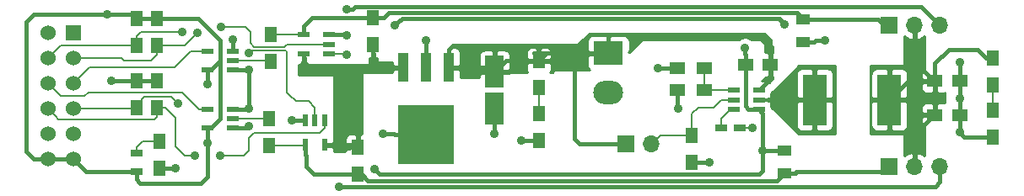
<source format=gtl>
G04 #@! TF.GenerationSoftware,KiCad,Pcbnew,(5.1.2)-2*
G04 #@! TF.CreationDate,2019-11-04T12:19:55+09:00*
G04 #@! TF.ProjectId,Kicad_sehd_mv,4b696361-645f-4736-9568-645f6d762e6b,1.0*
G04 #@! TF.SameCoordinates,Original*
G04 #@! TF.FileFunction,Copper,L1,Top*
G04 #@! TF.FilePolarity,Positive*
%FSLAX46Y46*%
G04 Gerber Fmt 4.6, Leading zero omitted, Abs format (unit mm)*
G04 Created by KiCad (PCBNEW (5.1.2)-2) date 2019-11-04 12:19:55*
%MOMM*%
%LPD*%
G04 APERTURE LIST*
%ADD10R,1.524000X1.524000*%
%ADD11C,1.524000*%
%ADD12R,1.500000X1.250000*%
%ADD13R,1.850000X3.200000*%
%ADD14R,1.200000X0.750000*%
%ADD15R,1.300000X1.500000*%
%ADD16R,1.250000X0.600000*%
%ADD17R,1.000000X2.850000*%
%ADD18R,5.550000X5.950000*%
%ADD19R,1.200000X0.600000*%
%ADD20R,0.600000X1.200000*%
%ADD21O,3.000000X2.350000*%
%ADD22R,3.000000X2.350000*%
%ADD23R,1.700000X1.700000*%
%ADD24O,1.700000X1.700000*%
%ADD25R,2.450000X5.100000*%
%ADD26R,1.300000X0.700000*%
%ADD27R,1.500000X1.300000*%
%ADD28R,1.350000X1.050000*%
%ADD29C,0.889000*%
%ADD30C,0.406400*%
%ADD31C,0.203200*%
%ADD32C,0.254000*%
G04 APERTURE END LIST*
D10*
X68580000Y-59690000D03*
D11*
X66040000Y-59690000D03*
X68580000Y-62230000D03*
X66040000Y-62230000D03*
X68580000Y-64770000D03*
X66040000Y-64770000D03*
X68580000Y-67310000D03*
X66040000Y-67310000D03*
X68580000Y-69850000D03*
X66040000Y-69850000D03*
X68580000Y-72390000D03*
X66040000Y-72390000D03*
D12*
X136057000Y-62865000D03*
X138557000Y-62865000D03*
X155067000Y-64516000D03*
X157567000Y-64516000D03*
D13*
X110871000Y-63610000D03*
X110871000Y-67310000D03*
D14*
X133609000Y-69215000D03*
X135509000Y-69215000D03*
D15*
X77216000Y-70579000D03*
X77216000Y-73279000D03*
X115316000Y-70518000D03*
X115316000Y-67818000D03*
X160909000Y-67437000D03*
X160909000Y-70137000D03*
D16*
X137394000Y-67371000D03*
X137394000Y-66421000D03*
X137394000Y-65471000D03*
X134894000Y-65471000D03*
X134894000Y-66421000D03*
X134894000Y-67371000D03*
D17*
X106303000Y-63160000D03*
X104013000Y-63160000D03*
X101723000Y-63160000D03*
D18*
X104013000Y-69910000D03*
D19*
X91714000Y-61783000D03*
X91714000Y-59883000D03*
X94214000Y-59883000D03*
X94214000Y-60833000D03*
X94214000Y-61783000D03*
D20*
X93787000Y-70973000D03*
X91887000Y-70973000D03*
X91887000Y-68473000D03*
X92837000Y-68473000D03*
X93787000Y-68473000D03*
D19*
X84562000Y-63434000D03*
X84562000Y-62484000D03*
X84562000Y-61534000D03*
X82062000Y-61534000D03*
X82062000Y-63434000D03*
X84562000Y-69276000D03*
X84562000Y-68326000D03*
X84562000Y-67376000D03*
X82062000Y-67376000D03*
X82062000Y-69276000D03*
D21*
X122301000Y-65682000D03*
D22*
X122301000Y-61722000D03*
D23*
X150495000Y-58928000D03*
D24*
X153035000Y-58928000D03*
X155575000Y-58928000D03*
X155575000Y-73152000D03*
X153035000Y-73152000D03*
D23*
X150495000Y-73152000D03*
D24*
X126619000Y-70866000D03*
D23*
X124079000Y-70866000D03*
D25*
X143002000Y-66421000D03*
X150502000Y-66421000D03*
D26*
X74930000Y-71760000D03*
X74930000Y-73660000D03*
D15*
X130683000Y-69977000D03*
X130683000Y-72677000D03*
D27*
X131953000Y-65405000D03*
X129253000Y-65405000D03*
X129253000Y-63246000D03*
X131953000Y-63246000D03*
D15*
X74930000Y-67183000D03*
X74930000Y-64483000D03*
X76962000Y-64483000D03*
X76962000Y-67183000D03*
X76962000Y-60960000D03*
X76962000Y-58260000D03*
X74930000Y-58260000D03*
X74930000Y-60960000D03*
X115316000Y-65184000D03*
X115316000Y-62484000D03*
X88392000Y-62564000D03*
X88392000Y-59864000D03*
X88265000Y-71026000D03*
X88265000Y-68326000D03*
X98679000Y-60866000D03*
X98679000Y-58166000D03*
X97155000Y-73914000D03*
X97155000Y-71214000D03*
X160909000Y-62197000D03*
X160909000Y-64897000D03*
D28*
X141859000Y-58286000D03*
X141859000Y-60586000D03*
X139954000Y-71494000D03*
X139954000Y-73794000D03*
D12*
X157567000Y-67945000D03*
X155067000Y-67945000D03*
D29*
X86233000Y-67310000D03*
X84582000Y-60325000D03*
X90551000Y-68453000D03*
X96012000Y-59944000D03*
X78867000Y-73279000D03*
X104013000Y-60452000D03*
X99695000Y-69850000D03*
X110871000Y-69850000D03*
X113571000Y-70518000D03*
X132428000Y-72677000D03*
X127254000Y-63246000D03*
X137795000Y-71501000D03*
X144018000Y-60452000D03*
X136017000Y-61214000D03*
X157567000Y-66254000D03*
X157607000Y-62611000D03*
X157567000Y-69683000D03*
X96012000Y-57277000D03*
X86233000Y-63373000D03*
X86233000Y-69088000D03*
X139954000Y-58801000D03*
X100838000Y-58928000D03*
X98806000Y-73406000D03*
X95250000Y-75184000D03*
X129286000Y-67310000D03*
X152996901Y-70650099D03*
X136779000Y-69215000D03*
X139827000Y-66421000D03*
X95230000Y-70973000D03*
X91694000Y-63246000D03*
X82042000Y-70739000D03*
X82062000Y-64877000D03*
X72009000Y-57785000D03*
X72390000Y-64516000D03*
X81026000Y-59690000D03*
X83439000Y-59055000D03*
X79121000Y-66802000D03*
X96012000Y-61849000D03*
X79502000Y-59563000D03*
X86233000Y-61722000D03*
X80772000Y-72009000D03*
X83312000Y-72009000D03*
D30*
X86167000Y-67376000D02*
X86233000Y-67310000D01*
X84562000Y-67376000D02*
X86167000Y-67376000D01*
X84562000Y-61534000D02*
X84562000Y-60345000D01*
X84562000Y-60345000D02*
X84582000Y-60325000D01*
X91180600Y-68473000D02*
X91160600Y-68453000D01*
X91887000Y-68473000D02*
X91180600Y-68473000D01*
X91160600Y-68453000D02*
X90551000Y-68453000D01*
X95220400Y-59883000D02*
X95286400Y-59817000D01*
X94214000Y-59883000D02*
X95220400Y-59883000D01*
X95286400Y-59817000D02*
X95885000Y-59817000D01*
X95885000Y-59817000D02*
X96012000Y-59944000D01*
X77216000Y-73279000D02*
X78272400Y-73279000D01*
X78272400Y-73279000D02*
X78867000Y-73279000D01*
X104013000Y-63160000D02*
X104013000Y-60452000D01*
X100831600Y-69910000D02*
X100771600Y-69850000D01*
X104013000Y-69910000D02*
X100831600Y-69910000D01*
X100771600Y-69850000D02*
X99695000Y-69850000D01*
X110871000Y-67310000D02*
X110871000Y-69850000D01*
X115316000Y-70518000D02*
X113571000Y-70518000D01*
X130683000Y-72677000D02*
X132428000Y-72677000D01*
X129253000Y-63246000D02*
X128096600Y-63246000D01*
X128096600Y-63246000D02*
X127254000Y-63246000D01*
X138872600Y-71494000D02*
X138865600Y-71501000D01*
X139954000Y-71494000D02*
X138872600Y-71494000D01*
X138865600Y-71501000D02*
X137795000Y-71501000D01*
X142940400Y-60586000D02*
X143074400Y-60452000D01*
X141859000Y-60586000D02*
X142940400Y-60586000D01*
X143074400Y-60452000D02*
X144018000Y-60452000D01*
X136057000Y-61833600D02*
X136017000Y-61793600D01*
X136057000Y-62865000D02*
X136057000Y-61833600D01*
X136017000Y-61793600D02*
X136017000Y-61214000D01*
X157567000Y-66254000D02*
X157567000Y-67945000D01*
X157567000Y-64516000D02*
X157567000Y-66254000D01*
X157567000Y-64516000D02*
X157567000Y-62651000D01*
X157567000Y-62651000D02*
X157607000Y-62611000D01*
X157567000Y-67945000D02*
X157567000Y-69683000D01*
X86172000Y-63434000D02*
X86233000Y-63373000D01*
X84562000Y-63434000D02*
X86172000Y-63434000D01*
X86233000Y-63373000D02*
X86233000Y-67310000D01*
X86045000Y-69276000D02*
X86233000Y-69088000D01*
X84562000Y-69276000D02*
X86045000Y-69276000D01*
X136362600Y-67371000D02*
X137394000Y-67371000D01*
X136057000Y-67065400D02*
X136362600Y-67371000D01*
X136057000Y-62865000D02*
X136057000Y-67065400D01*
X137795000Y-67772000D02*
X137394000Y-67371000D01*
X137795000Y-71501000D02*
X137795000Y-67772000D01*
X139954000Y-58801000D02*
X139573000Y-58420000D01*
X98806000Y-73406000D02*
X99314000Y-73914000D01*
X130683000Y-72898000D02*
X130683000Y-72677000D01*
X98806000Y-73406000D02*
X99339390Y-73939390D01*
X137795000Y-71501000D02*
X137795000Y-73533000D01*
X137388610Y-73939390D02*
X128930390Y-73939390D01*
X137795000Y-73533000D02*
X137388610Y-73939390D01*
X99339390Y-73939390D02*
X128930390Y-73939390D01*
X128930390Y-73939390D02*
X129641610Y-73939390D01*
X139420610Y-58267610D02*
X139954000Y-58801000D01*
X101625390Y-58267610D02*
X139420610Y-58267610D01*
X101473000Y-58420000D02*
X101625390Y-58267610D01*
X100838000Y-58928000D02*
X101346000Y-58420000D01*
X101346000Y-58420000D02*
X101473000Y-58420000D01*
X154001599Y-57354599D02*
X155575000Y-58928000D01*
X96640617Y-57277000D02*
X96908018Y-57009599D01*
X96012000Y-57277000D02*
X96640617Y-57277000D01*
X96908018Y-57009599D02*
X99654121Y-57009599D01*
X99654121Y-57009599D02*
X99735401Y-57090879D01*
X153695391Y-57048391D02*
X154001599Y-57354599D01*
X99735401Y-57090879D02*
X99777890Y-57048390D01*
X99777890Y-57048390D02*
X153695391Y-57048391D01*
X155575000Y-74676000D02*
X155575000Y-73152000D01*
X155092390Y-75158610D02*
X155575000Y-74676000D01*
X98806000Y-75158610D02*
X155092390Y-75158610D01*
X95250000Y-75184000D02*
X98780610Y-75184000D01*
X98780610Y-75184000D02*
X98806000Y-75158610D01*
X158021000Y-70137000D02*
X157567000Y-69683000D01*
X160909000Y-70137000D02*
X158021000Y-70137000D01*
X111997000Y-62484000D02*
X110871000Y-63610000D01*
X115316000Y-62484000D02*
X111997000Y-62484000D01*
X116078000Y-61722000D02*
X115316000Y-62484000D01*
X138557000Y-64308000D02*
X137394000Y-65471000D01*
X138557000Y-62865000D02*
X138557000Y-64308000D01*
X138557000Y-60452000D02*
X137922000Y-59817000D01*
X124079000Y-70866000D02*
X119380000Y-70866000D01*
X118872000Y-70358000D02*
X118872000Y-61722000D01*
X119380000Y-70866000D02*
X118872000Y-70358000D01*
X122301000Y-61722000D02*
X118872000Y-61722000D01*
X118872000Y-61722000D02*
X114808000Y-61722000D01*
X138557000Y-62865000D02*
X138557000Y-60579000D01*
X138557000Y-60579000D02*
X138557000Y-60452000D01*
X106303000Y-63160000D02*
X110421000Y-63160000D01*
X110421000Y-63160000D02*
X110871000Y-63610000D01*
X123063000Y-59817000D02*
X122624600Y-59817000D01*
X137922000Y-59817000D02*
X123063000Y-59817000D01*
X106303000Y-63160000D02*
X106303000Y-61328600D01*
X106303000Y-61328600D02*
X106671600Y-60960000D01*
X119253000Y-60960000D02*
X120396000Y-59817000D01*
X122301000Y-60140600D02*
X122301000Y-59817000D01*
X122301000Y-61722000D02*
X122301000Y-60140600D01*
X120396000Y-59817000D02*
X122301000Y-59817000D01*
X122301000Y-59817000D02*
X123063000Y-59817000D01*
X110871000Y-61603600D02*
X110871000Y-60960000D01*
X110871000Y-63610000D02*
X110871000Y-61603600D01*
X106671600Y-60960000D02*
X110871000Y-60960000D01*
X115316000Y-61327600D02*
X115316000Y-60960000D01*
X115316000Y-62484000D02*
X115316000Y-61327600D01*
X110871000Y-60960000D02*
X115316000Y-60960000D01*
X115316000Y-60960000D02*
X119253000Y-60960000D01*
X154942000Y-67945000D02*
X155067000Y-67945000D01*
X153035000Y-69852000D02*
X154942000Y-67945000D01*
X153035000Y-73152000D02*
X153035000Y-69852000D01*
X155067000Y-67945000D02*
X155067000Y-64516000D01*
X154942000Y-64516000D02*
X155067000Y-64516000D01*
X153035000Y-62609000D02*
X154942000Y-64516000D01*
X153035000Y-58928000D02*
X153035000Y-62609000D01*
X152407000Y-64516000D02*
X150502000Y-66421000D01*
X155067000Y-64516000D02*
X152407000Y-64516000D01*
X129253000Y-65405000D02*
X129253000Y-67277000D01*
X129253000Y-67277000D02*
X129286000Y-67310000D01*
X155067000Y-62738000D02*
X155067000Y-64516000D01*
X156464000Y-61341000D02*
X155067000Y-62738000D01*
X159344600Y-61341000D02*
X156464000Y-61341000D01*
X160909000Y-62197000D02*
X160200600Y-62197000D01*
X160200600Y-62197000D02*
X159344600Y-61341000D01*
D31*
X133609000Y-68636800D02*
X133609000Y-69215000D01*
X133609000Y-68331000D02*
X133609000Y-68636800D01*
X134569000Y-67371000D02*
X133609000Y-68331000D01*
X134894000Y-67371000D02*
X134569000Y-67371000D01*
X135509000Y-69215000D02*
X136779000Y-69215000D01*
X139827000Y-66421000D02*
X143002000Y-66421000D01*
X137394000Y-66421000D02*
X139827000Y-66421000D01*
D30*
X100816600Y-63160000D02*
X100775600Y-63119000D01*
X101723000Y-63160000D02*
X100816600Y-63160000D01*
X98679000Y-63119000D02*
X98679000Y-60866000D01*
X97155000Y-71214000D02*
X97155000Y-63119000D01*
X98679000Y-63119000D02*
X98720000Y-63160000D01*
X91714000Y-62489400D02*
X91694000Y-62509400D01*
X91714000Y-61783000D02*
X91714000Y-62489400D01*
X91694000Y-62509400D02*
X91694000Y-63119000D01*
X96914000Y-70973000D02*
X97155000Y-71214000D01*
X93787000Y-70973000D02*
X96914000Y-70973000D01*
X92449617Y-63119000D02*
X92583000Y-63119000D01*
X92322617Y-63246000D02*
X92449617Y-63119000D01*
X91694000Y-63246000D02*
X92322617Y-63246000D01*
X91694000Y-63119000D02*
X92583000Y-63119000D01*
X92583000Y-63119000D02*
X97155000Y-63119000D01*
X98085000Y-63160000D02*
X98044000Y-63119000D01*
X101723000Y-63160000D02*
X98085000Y-63160000D01*
X97155000Y-63119000D02*
X98044000Y-63119000D01*
X98044000Y-63119000D02*
X98679000Y-63119000D01*
X76962000Y-64483000D02*
X74930000Y-64483000D01*
X82362000Y-63434000D02*
X83312000Y-62484000D01*
X82062000Y-63434000D02*
X82362000Y-63434000D01*
X81120000Y-58260000D02*
X76962000Y-58260000D01*
X83312000Y-60452000D02*
X81120000Y-58260000D01*
X76962000Y-58260000D02*
X74930000Y-58260000D01*
X82362000Y-69276000D02*
X82062000Y-69276000D01*
X83312000Y-68326000D02*
X82362000Y-69276000D01*
X83312000Y-62230000D02*
X83312000Y-68326000D01*
X83312000Y-62230000D02*
X83312000Y-60452000D01*
X83312000Y-62484000D02*
X83312000Y-62230000D01*
X82062000Y-69982400D02*
X82042000Y-70002400D01*
X82062000Y-69276000D02*
X82062000Y-69982400D01*
X82042000Y-70002400D02*
X82042000Y-70739000D01*
X82062000Y-64140400D02*
X82042000Y-64160400D01*
X82062000Y-63434000D02*
X82062000Y-64140400D01*
X82062000Y-64140400D02*
X82062000Y-64623000D01*
X82062000Y-64623000D02*
X82062000Y-64877000D01*
X66040000Y-72390000D02*
X68580000Y-72390000D01*
X69850000Y-73660000D02*
X68580000Y-72390000D01*
X74930000Y-73660000D02*
X69850000Y-73660000D01*
X82042000Y-74168000D02*
X82042000Y-70739000D01*
X81407000Y-74803000D02*
X82042000Y-74168000D01*
X75316600Y-74803000D02*
X81407000Y-74803000D01*
X74930000Y-73660000D02*
X74930000Y-74416400D01*
X74930000Y-74416400D02*
X75316600Y-74803000D01*
X66040000Y-72390000D02*
X64643000Y-72390000D01*
X64643000Y-72390000D02*
X63881000Y-71628000D01*
X63881000Y-71628000D02*
X63881000Y-58547000D01*
X63881000Y-58547000D02*
X64643000Y-57785000D01*
X64643000Y-57785000D02*
X72009000Y-57785000D01*
X74455000Y-57785000D02*
X74930000Y-58260000D01*
X72009000Y-57785000D02*
X74455000Y-57785000D01*
X74930000Y-64483000D02*
X73185000Y-64483000D01*
X73185000Y-64483000D02*
X73152000Y-64516000D01*
X73152000Y-64516000D02*
X72390000Y-64516000D01*
D31*
X74930000Y-71206800D02*
X74930000Y-71760000D01*
X75557800Y-70579000D02*
X74930000Y-71206800D01*
X77216000Y-70579000D02*
X75557800Y-70579000D01*
X115316000Y-65184000D02*
X115316000Y-67818000D01*
X160909000Y-67818000D02*
X161036000Y-67945000D01*
X160909000Y-66483800D02*
X160909000Y-64897000D01*
X160909000Y-67437000D02*
X160909000Y-66483800D01*
X131953000Y-64099200D02*
X131953000Y-65405000D01*
X131953000Y-63246000D02*
X131953000Y-64099200D01*
X132019000Y-65471000D02*
X131953000Y-65405000D01*
X134894000Y-65471000D02*
X132019000Y-65471000D01*
X134894000Y-66421000D02*
X133604000Y-66421000D01*
X130683000Y-67818000D02*
X130683000Y-69977000D01*
X131318000Y-67183000D02*
X130683000Y-67818000D01*
X132842000Y-67183000D02*
X131318000Y-67183000D01*
X133604000Y-66421000D02*
X132842000Y-67183000D01*
X127508000Y-69977000D02*
X126619000Y-70866000D01*
X130683000Y-69977000D02*
X127508000Y-69977000D01*
X88411000Y-59883000D02*
X88392000Y-59864000D01*
X91714000Y-59883000D02*
X88411000Y-59883000D01*
X76962000Y-61913200D02*
X76962000Y-60960000D01*
X76391200Y-62484000D02*
X76962000Y-61913200D01*
X73660000Y-62484000D02*
X76391200Y-62484000D01*
X73406000Y-62230000D02*
X73660000Y-62484000D01*
X68580000Y-62230000D02*
X73406000Y-62230000D01*
X76962000Y-60960000D02*
X77815200Y-60960000D01*
X77815200Y-60960000D02*
X79756000Y-60960000D01*
X79756000Y-60960000D02*
X81026000Y-59690000D01*
X94214000Y-60833000D02*
X93410800Y-60833000D01*
X93410800Y-60833000D02*
X90043000Y-60833000D01*
X90043000Y-60833000D02*
X89789000Y-61087000D01*
X89789000Y-61087000D02*
X86868000Y-61087000D01*
X86868000Y-61087000D02*
X86741000Y-61087000D01*
X86741000Y-61087000D02*
X86360000Y-60706000D01*
X86360000Y-60706000D02*
X86360000Y-59563000D01*
X86360000Y-59563000D02*
X85852000Y-59055000D01*
X85852000Y-59055000D02*
X83439000Y-59055000D01*
X74930000Y-67183000D02*
X74930000Y-66929000D01*
X75730801Y-66128199D02*
X78447199Y-66128199D01*
X74930000Y-66929000D02*
X75730801Y-66128199D01*
X78447199Y-66128199D02*
X79121000Y-66802000D01*
X94214000Y-61783000D02*
X95946000Y-61783000D01*
X95946000Y-61783000D02*
X96012000Y-61849000D01*
X74803000Y-67310000D02*
X74930000Y-67183000D01*
X68580000Y-67310000D02*
X74803000Y-67310000D01*
X91834000Y-71026000D02*
X91887000Y-70973000D01*
X88265000Y-71026000D02*
X91834000Y-71026000D01*
X67310000Y-60960000D02*
X74930000Y-60960000D01*
X66040000Y-62230000D02*
X67310000Y-60960000D01*
X74930000Y-60006800D02*
X75373800Y-59563000D01*
X74930000Y-60960000D02*
X74930000Y-60006800D01*
X75373800Y-59563000D02*
X79502000Y-59563000D01*
X92837000Y-68473000D02*
X92837000Y-67669800D01*
X92837000Y-67669800D02*
X92837000Y-67183000D01*
X92837000Y-67183000D02*
X92202000Y-66548000D01*
X92202000Y-66548000D02*
X90932000Y-66548000D01*
X90932000Y-66548000D02*
X90297000Y-65913000D01*
X90297000Y-65913000D02*
X90043000Y-65659000D01*
X90043000Y-61595000D02*
X89941410Y-61493410D01*
X90043000Y-65659000D02*
X90043000Y-61595000D01*
X89941410Y-61493410D02*
X86461590Y-61493410D01*
X86461590Y-61493410D02*
X86233000Y-61722000D01*
X76962000Y-67183000D02*
X77851000Y-67183000D01*
X77851000Y-67183000D02*
X78867000Y-68199000D01*
X78867000Y-68199000D02*
X78867000Y-71120000D01*
X78867000Y-71120000D02*
X79756000Y-72009000D01*
X79756000Y-72009000D02*
X80772000Y-72009000D01*
X93787000Y-69276200D02*
X93340200Y-69723000D01*
X93787000Y-68473000D02*
X93787000Y-69276200D01*
X93340200Y-69723000D02*
X86741000Y-69723000D01*
X86741000Y-69723000D02*
X86233000Y-70231000D01*
X86233000Y-70231000D02*
X86233000Y-71501000D01*
X86233000Y-71501000D02*
X85725000Y-72009000D01*
X85725000Y-72009000D02*
X83312000Y-72009000D01*
X66801999Y-68071999D02*
X66040000Y-67310000D01*
X67106801Y-68376801D02*
X66801999Y-68071999D01*
X76721399Y-68376801D02*
X67106801Y-68376801D01*
X76962000Y-68136200D02*
X76721399Y-68376801D01*
X76962000Y-67183000D02*
X76962000Y-68136200D01*
X88312000Y-62484000D02*
X88392000Y-62564000D01*
X84562000Y-62484000D02*
X88312000Y-62484000D01*
X80325000Y-61534000D02*
X82062000Y-61534000D01*
X78740000Y-63119000D02*
X80325000Y-61534000D01*
X68580000Y-64770000D02*
X70231000Y-63119000D01*
X70231000Y-63119000D02*
X78740000Y-63119000D01*
X84562000Y-68326000D02*
X88265000Y-68326000D01*
X81219000Y-67376000D02*
X82062000Y-67376000D01*
X79502000Y-65659000D02*
X81219000Y-67376000D01*
X70104000Y-65659000D02*
X79502000Y-65659000D01*
X69723000Y-66040000D02*
X70104000Y-65659000D01*
X66040000Y-64770000D02*
X67310000Y-66040000D01*
X67310000Y-66040000D02*
X69723000Y-66040000D01*
D30*
X91714000Y-59883000D02*
X91714000Y-59035000D01*
X91714000Y-59035000D02*
X92583000Y-58166000D01*
X92583000Y-58166000D02*
X98679000Y-58166000D01*
X98679000Y-58166000D02*
X99060000Y-58166000D01*
X141231000Y-57658000D02*
X141859000Y-58286000D01*
X98679000Y-58166000D02*
X99735400Y-58166000D01*
X99735400Y-58166000D02*
X100243400Y-57658000D01*
X141859000Y-58286000D02*
X149359000Y-58286000D01*
X150001000Y-58928000D02*
X150495000Y-58928000D01*
X149359000Y-58286000D02*
X150001000Y-58928000D01*
X100243400Y-57658000D02*
X141231000Y-57658000D01*
X91887000Y-71979400D02*
X91948000Y-72040400D01*
X91887000Y-70973000D02*
X91887000Y-71979400D01*
X91948000Y-72040400D02*
X91948000Y-73152000D01*
X91948000Y-73152000D02*
X92710000Y-73914000D01*
X92710000Y-73914000D02*
X97155000Y-73914000D01*
X139199000Y-74549000D02*
X139954000Y-73794000D01*
X97155000Y-73914000D02*
X97536000Y-73914000D01*
X97536000Y-73914000D02*
X98171000Y-74549000D01*
X149987000Y-73660000D02*
X150495000Y-73152000D01*
X141169400Y-73660000D02*
X149987000Y-73660000D01*
X139954000Y-73794000D02*
X141035400Y-73794000D01*
X141035400Y-73794000D02*
X141169400Y-73660000D01*
X98171000Y-74549000D02*
X139199000Y-74549000D01*
D32*
G36*
X98806000Y-62092250D02*
G01*
X98964750Y-62251000D01*
X99060000Y-62251803D01*
X99060000Y-62484000D01*
X99062440Y-62508776D01*
X99069667Y-62532601D01*
X99081403Y-62554557D01*
X99097197Y-62573803D01*
X99116443Y-62589597D01*
X99138399Y-62601333D01*
X99162224Y-62608560D01*
X99187000Y-62611000D01*
X100587290Y-62611000D01*
X100588000Y-62874250D01*
X100746750Y-63033000D01*
X101219000Y-63033000D01*
X101219000Y-63287000D01*
X100746750Y-63287000D01*
X100588000Y-63445750D01*
X100587511Y-63627000D01*
X97663000Y-63627000D01*
X97638224Y-63629440D01*
X97614399Y-63636667D01*
X97592443Y-63648403D01*
X97573197Y-63664197D01*
X97557403Y-63683443D01*
X97545667Y-63705399D01*
X97538440Y-63729224D01*
X97536000Y-63754000D01*
X97536000Y-69828197D01*
X97440750Y-69829000D01*
X97282000Y-69987750D01*
X97282000Y-70485000D01*
X97028000Y-70485000D01*
X97028000Y-69987750D01*
X96869250Y-69829000D01*
X96505000Y-69825928D01*
X96380518Y-69838188D01*
X96260820Y-69874498D01*
X96150506Y-69933463D01*
X96053815Y-70012815D01*
X95974463Y-70109506D01*
X95915498Y-70219820D01*
X95879188Y-70339518D01*
X95866928Y-70464000D01*
X95870000Y-70928250D01*
X96028750Y-71087000D01*
X96393000Y-71087000D01*
X96393000Y-71341000D01*
X96028750Y-71341000D01*
X95870000Y-71499750D01*
X95869151Y-71628000D01*
X94742000Y-71628000D01*
X94742000Y-71501000D01*
X94739560Y-71476224D01*
X94732333Y-71452399D01*
X94723736Y-71436315D01*
X94722000Y-71258750D01*
X94563250Y-71100000D01*
X94107000Y-71100000D01*
X94107000Y-70846000D01*
X94563250Y-70846000D01*
X94722000Y-70687250D01*
X94723338Y-70550430D01*
X94732333Y-70533601D01*
X94739560Y-70509776D01*
X94742000Y-70485000D01*
X94742000Y-64008000D01*
X94739560Y-63983224D01*
X94732333Y-63959399D01*
X94720597Y-63937443D01*
X94704803Y-63918197D01*
X94685557Y-63902403D01*
X94663601Y-63890667D01*
X94639776Y-63883440D01*
X94615000Y-63881000D01*
X91186000Y-63881000D01*
X91186000Y-62865000D01*
X91313000Y-62865000D01*
X91337776Y-62862560D01*
X91361601Y-62855333D01*
X91383557Y-62843597D01*
X91402803Y-62827803D01*
X91418597Y-62808557D01*
X91430333Y-62786601D01*
X91437560Y-62762776D01*
X91440000Y-62738000D01*
X91440000Y-62706250D01*
X91587000Y-62559250D01*
X91587000Y-62103000D01*
X91841000Y-62103000D01*
X91841000Y-62559250D01*
X91999750Y-62718000D01*
X92075000Y-62718736D01*
X92075000Y-62738000D01*
X92077440Y-62762776D01*
X92084667Y-62786601D01*
X92096403Y-62808557D01*
X92112197Y-62827803D01*
X92131443Y-62843597D01*
X92153399Y-62855333D01*
X92177224Y-62862560D01*
X92202000Y-62865000D01*
X95643973Y-62865000D01*
X95697122Y-62887015D01*
X95905679Y-62928500D01*
X96118321Y-62928500D01*
X96326878Y-62887015D01*
X96380027Y-62865000D01*
X98171000Y-62865000D01*
X98195776Y-62862560D01*
X98219601Y-62855333D01*
X98241557Y-62843597D01*
X98260803Y-62827803D01*
X98276597Y-62808557D01*
X98288333Y-62786601D01*
X98295560Y-62762776D01*
X98298000Y-62738000D01*
X98298000Y-62251803D01*
X98393250Y-62251000D01*
X98552000Y-62092250D01*
X98552000Y-61722000D01*
X98806000Y-61722000D01*
X98806000Y-62092250D01*
X98806000Y-62092250D01*
G37*
X98806000Y-62092250D02*
X98964750Y-62251000D01*
X99060000Y-62251803D01*
X99060000Y-62484000D01*
X99062440Y-62508776D01*
X99069667Y-62532601D01*
X99081403Y-62554557D01*
X99097197Y-62573803D01*
X99116443Y-62589597D01*
X99138399Y-62601333D01*
X99162224Y-62608560D01*
X99187000Y-62611000D01*
X100587290Y-62611000D01*
X100588000Y-62874250D01*
X100746750Y-63033000D01*
X101219000Y-63033000D01*
X101219000Y-63287000D01*
X100746750Y-63287000D01*
X100588000Y-63445750D01*
X100587511Y-63627000D01*
X97663000Y-63627000D01*
X97638224Y-63629440D01*
X97614399Y-63636667D01*
X97592443Y-63648403D01*
X97573197Y-63664197D01*
X97557403Y-63683443D01*
X97545667Y-63705399D01*
X97538440Y-63729224D01*
X97536000Y-63754000D01*
X97536000Y-69828197D01*
X97440750Y-69829000D01*
X97282000Y-69987750D01*
X97282000Y-70485000D01*
X97028000Y-70485000D01*
X97028000Y-69987750D01*
X96869250Y-69829000D01*
X96505000Y-69825928D01*
X96380518Y-69838188D01*
X96260820Y-69874498D01*
X96150506Y-69933463D01*
X96053815Y-70012815D01*
X95974463Y-70109506D01*
X95915498Y-70219820D01*
X95879188Y-70339518D01*
X95866928Y-70464000D01*
X95870000Y-70928250D01*
X96028750Y-71087000D01*
X96393000Y-71087000D01*
X96393000Y-71341000D01*
X96028750Y-71341000D01*
X95870000Y-71499750D01*
X95869151Y-71628000D01*
X94742000Y-71628000D01*
X94742000Y-71501000D01*
X94739560Y-71476224D01*
X94732333Y-71452399D01*
X94723736Y-71436315D01*
X94722000Y-71258750D01*
X94563250Y-71100000D01*
X94107000Y-71100000D01*
X94107000Y-70846000D01*
X94563250Y-70846000D01*
X94722000Y-70687250D01*
X94723338Y-70550430D01*
X94732333Y-70533601D01*
X94739560Y-70509776D01*
X94742000Y-70485000D01*
X94742000Y-64008000D01*
X94739560Y-63983224D01*
X94732333Y-63959399D01*
X94720597Y-63937443D01*
X94704803Y-63918197D01*
X94685557Y-63902403D01*
X94663601Y-63890667D01*
X94639776Y-63883440D01*
X94615000Y-63881000D01*
X91186000Y-63881000D01*
X91186000Y-62865000D01*
X91313000Y-62865000D01*
X91337776Y-62862560D01*
X91361601Y-62855333D01*
X91383557Y-62843597D01*
X91402803Y-62827803D01*
X91418597Y-62808557D01*
X91430333Y-62786601D01*
X91437560Y-62762776D01*
X91440000Y-62738000D01*
X91440000Y-62706250D01*
X91587000Y-62559250D01*
X91587000Y-62103000D01*
X91841000Y-62103000D01*
X91841000Y-62559250D01*
X91999750Y-62718000D01*
X92075000Y-62718736D01*
X92075000Y-62738000D01*
X92077440Y-62762776D01*
X92084667Y-62786601D01*
X92096403Y-62808557D01*
X92112197Y-62827803D01*
X92131443Y-62843597D01*
X92153399Y-62855333D01*
X92177224Y-62862560D01*
X92202000Y-62865000D01*
X95643973Y-62865000D01*
X95697122Y-62887015D01*
X95905679Y-62928500D01*
X96118321Y-62928500D01*
X96326878Y-62887015D01*
X96380027Y-62865000D01*
X98171000Y-62865000D01*
X98195776Y-62862560D01*
X98219601Y-62855333D01*
X98241557Y-62843597D01*
X98260803Y-62827803D01*
X98276597Y-62808557D01*
X98288333Y-62786601D01*
X98295560Y-62762776D01*
X98298000Y-62738000D01*
X98298000Y-62251803D01*
X98393250Y-62251000D01*
X98552000Y-62092250D01*
X98552000Y-61722000D01*
X98806000Y-61722000D01*
X98806000Y-62092250D01*
G36*
X122047000Y-59943750D02*
G01*
X122015250Y-59912000D01*
X120801000Y-59908928D01*
X120676518Y-59921188D01*
X120556820Y-59957498D01*
X120446506Y-60016463D01*
X120349815Y-60095815D01*
X120270463Y-60192506D01*
X120211498Y-60302820D01*
X120175188Y-60422518D01*
X120162928Y-60547000D01*
X120166000Y-61436250D01*
X120324750Y-61595000D01*
X122047000Y-61595000D01*
X122047000Y-61849000D01*
X120324750Y-61849000D01*
X120166000Y-62007750D01*
X120162928Y-62897000D01*
X120175188Y-63021482D01*
X120211498Y-63141180D01*
X120270463Y-63251494D01*
X120349815Y-63348185D01*
X120380052Y-63373000D01*
X116967000Y-63373000D01*
X116942224Y-63375440D01*
X116918399Y-63382667D01*
X116896443Y-63394403D01*
X116877197Y-63410197D01*
X116660394Y-63627000D01*
X116464936Y-63627000D01*
X116496537Y-63588494D01*
X116555502Y-63478180D01*
X116591812Y-63358482D01*
X116604072Y-63234000D01*
X116601000Y-62769750D01*
X116442250Y-62611000D01*
X115443000Y-62611000D01*
X115443000Y-62631000D01*
X115189000Y-62631000D01*
X115189000Y-62611000D01*
X114189750Y-62611000D01*
X114031000Y-62769750D01*
X114027928Y-63234000D01*
X114040188Y-63358482D01*
X114076498Y-63478180D01*
X114135463Y-63588494D01*
X114167064Y-63627000D01*
X112522000Y-63627000D01*
X112497224Y-63629440D01*
X112473399Y-63636667D01*
X112451443Y-63648403D01*
X112432197Y-63664197D01*
X112315822Y-63780572D01*
X112272250Y-63737000D01*
X110998000Y-63737000D01*
X110998000Y-63757000D01*
X110744000Y-63757000D01*
X110744000Y-63737000D01*
X109469750Y-63737000D01*
X109311000Y-63895750D01*
X109310441Y-64135000D01*
X107439859Y-64135000D01*
X107438000Y-63445750D01*
X107279250Y-63287000D01*
X106430000Y-63287000D01*
X106430000Y-63307000D01*
X106299000Y-63307000D01*
X106299000Y-63013000D01*
X106430000Y-63013000D01*
X106430000Y-63033000D01*
X107279250Y-63033000D01*
X107438000Y-62874250D01*
X107440330Y-62010000D01*
X109307928Y-62010000D01*
X109311000Y-63324250D01*
X109469750Y-63483000D01*
X110744000Y-63483000D01*
X110744000Y-61533750D01*
X110998000Y-61533750D01*
X110998000Y-63483000D01*
X112272250Y-63483000D01*
X112431000Y-63324250D01*
X112434072Y-62010000D01*
X112421812Y-61885518D01*
X112385502Y-61765820D01*
X112368494Y-61734000D01*
X114027928Y-61734000D01*
X114031000Y-62198250D01*
X114189750Y-62357000D01*
X115189000Y-62357000D01*
X115189000Y-61257750D01*
X115443000Y-61257750D01*
X115443000Y-62357000D01*
X116442250Y-62357000D01*
X116601000Y-62198250D01*
X116604072Y-61734000D01*
X116591812Y-61609518D01*
X116555502Y-61489820D01*
X116496537Y-61379506D01*
X116417185Y-61282815D01*
X116320494Y-61203463D01*
X116210180Y-61144498D01*
X116090482Y-61108188D01*
X115966000Y-61095928D01*
X115601750Y-61099000D01*
X115443000Y-61257750D01*
X115189000Y-61257750D01*
X115030250Y-61099000D01*
X114666000Y-61095928D01*
X114541518Y-61108188D01*
X114421820Y-61144498D01*
X114311506Y-61203463D01*
X114214815Y-61282815D01*
X114135463Y-61379506D01*
X114076498Y-61489820D01*
X114040188Y-61609518D01*
X114027928Y-61734000D01*
X112368494Y-61734000D01*
X112326537Y-61655506D01*
X112247185Y-61558815D01*
X112150494Y-61479463D01*
X112040180Y-61420498D01*
X111920482Y-61384188D01*
X111796000Y-61371928D01*
X111156750Y-61375000D01*
X110998000Y-61533750D01*
X110744000Y-61533750D01*
X110585250Y-61375000D01*
X109946000Y-61371928D01*
X109821518Y-61384188D01*
X109701820Y-61420498D01*
X109591506Y-61479463D01*
X109494815Y-61558815D01*
X109415463Y-61655506D01*
X109356498Y-61765820D01*
X109320188Y-61885518D01*
X109307928Y-62010000D01*
X107440330Y-62010000D01*
X107441072Y-61735000D01*
X107428812Y-61610518D01*
X107392502Y-61490820D01*
X107333537Y-61380506D01*
X107254185Y-61283815D01*
X107157494Y-61204463D01*
X107047180Y-61145498D01*
X106927482Y-61109188D01*
X106803000Y-61096928D01*
X106592662Y-61099944D01*
X106732606Y-60960000D01*
X119253000Y-60960000D01*
X119277776Y-60957560D01*
X119301601Y-60950333D01*
X119323557Y-60938597D01*
X119342803Y-60922803D01*
X120448606Y-59817000D01*
X122047000Y-59817000D01*
X122047000Y-59943750D01*
X122047000Y-59943750D01*
G37*
X122047000Y-59943750D02*
X122015250Y-59912000D01*
X120801000Y-59908928D01*
X120676518Y-59921188D01*
X120556820Y-59957498D01*
X120446506Y-60016463D01*
X120349815Y-60095815D01*
X120270463Y-60192506D01*
X120211498Y-60302820D01*
X120175188Y-60422518D01*
X120162928Y-60547000D01*
X120166000Y-61436250D01*
X120324750Y-61595000D01*
X122047000Y-61595000D01*
X122047000Y-61849000D01*
X120324750Y-61849000D01*
X120166000Y-62007750D01*
X120162928Y-62897000D01*
X120175188Y-63021482D01*
X120211498Y-63141180D01*
X120270463Y-63251494D01*
X120349815Y-63348185D01*
X120380052Y-63373000D01*
X116967000Y-63373000D01*
X116942224Y-63375440D01*
X116918399Y-63382667D01*
X116896443Y-63394403D01*
X116877197Y-63410197D01*
X116660394Y-63627000D01*
X116464936Y-63627000D01*
X116496537Y-63588494D01*
X116555502Y-63478180D01*
X116591812Y-63358482D01*
X116604072Y-63234000D01*
X116601000Y-62769750D01*
X116442250Y-62611000D01*
X115443000Y-62611000D01*
X115443000Y-62631000D01*
X115189000Y-62631000D01*
X115189000Y-62611000D01*
X114189750Y-62611000D01*
X114031000Y-62769750D01*
X114027928Y-63234000D01*
X114040188Y-63358482D01*
X114076498Y-63478180D01*
X114135463Y-63588494D01*
X114167064Y-63627000D01*
X112522000Y-63627000D01*
X112497224Y-63629440D01*
X112473399Y-63636667D01*
X112451443Y-63648403D01*
X112432197Y-63664197D01*
X112315822Y-63780572D01*
X112272250Y-63737000D01*
X110998000Y-63737000D01*
X110998000Y-63757000D01*
X110744000Y-63757000D01*
X110744000Y-63737000D01*
X109469750Y-63737000D01*
X109311000Y-63895750D01*
X109310441Y-64135000D01*
X107439859Y-64135000D01*
X107438000Y-63445750D01*
X107279250Y-63287000D01*
X106430000Y-63287000D01*
X106430000Y-63307000D01*
X106299000Y-63307000D01*
X106299000Y-63013000D01*
X106430000Y-63013000D01*
X106430000Y-63033000D01*
X107279250Y-63033000D01*
X107438000Y-62874250D01*
X107440330Y-62010000D01*
X109307928Y-62010000D01*
X109311000Y-63324250D01*
X109469750Y-63483000D01*
X110744000Y-63483000D01*
X110744000Y-61533750D01*
X110998000Y-61533750D01*
X110998000Y-63483000D01*
X112272250Y-63483000D01*
X112431000Y-63324250D01*
X112434072Y-62010000D01*
X112421812Y-61885518D01*
X112385502Y-61765820D01*
X112368494Y-61734000D01*
X114027928Y-61734000D01*
X114031000Y-62198250D01*
X114189750Y-62357000D01*
X115189000Y-62357000D01*
X115189000Y-61257750D01*
X115443000Y-61257750D01*
X115443000Y-62357000D01*
X116442250Y-62357000D01*
X116601000Y-62198250D01*
X116604072Y-61734000D01*
X116591812Y-61609518D01*
X116555502Y-61489820D01*
X116496537Y-61379506D01*
X116417185Y-61282815D01*
X116320494Y-61203463D01*
X116210180Y-61144498D01*
X116090482Y-61108188D01*
X115966000Y-61095928D01*
X115601750Y-61099000D01*
X115443000Y-61257750D01*
X115189000Y-61257750D01*
X115030250Y-61099000D01*
X114666000Y-61095928D01*
X114541518Y-61108188D01*
X114421820Y-61144498D01*
X114311506Y-61203463D01*
X114214815Y-61282815D01*
X114135463Y-61379506D01*
X114076498Y-61489820D01*
X114040188Y-61609518D01*
X114027928Y-61734000D01*
X112368494Y-61734000D01*
X112326537Y-61655506D01*
X112247185Y-61558815D01*
X112150494Y-61479463D01*
X112040180Y-61420498D01*
X111920482Y-61384188D01*
X111796000Y-61371928D01*
X111156750Y-61375000D01*
X110998000Y-61533750D01*
X110744000Y-61533750D01*
X110585250Y-61375000D01*
X109946000Y-61371928D01*
X109821518Y-61384188D01*
X109701820Y-61420498D01*
X109591506Y-61479463D01*
X109494815Y-61558815D01*
X109415463Y-61655506D01*
X109356498Y-61765820D01*
X109320188Y-61885518D01*
X109307928Y-62010000D01*
X107440330Y-62010000D01*
X107441072Y-61735000D01*
X107428812Y-61610518D01*
X107392502Y-61490820D01*
X107333537Y-61380506D01*
X107254185Y-61283815D01*
X107157494Y-61204463D01*
X107047180Y-61145498D01*
X106927482Y-61109188D01*
X106803000Y-61096928D01*
X106592662Y-61099944D01*
X106732606Y-60960000D01*
X119253000Y-60960000D01*
X119277776Y-60957560D01*
X119301601Y-60950333D01*
X119323557Y-60938597D01*
X119342803Y-60922803D01*
X120448606Y-59817000D01*
X122047000Y-59817000D01*
X122047000Y-59943750D01*
G36*
X137521000Y-65344000D02*
G01*
X137541000Y-65344000D01*
X137541000Y-65482928D01*
X137247000Y-65482928D01*
X137247000Y-65344000D01*
X137267000Y-65344000D01*
X137267000Y-65324000D01*
X137521000Y-65324000D01*
X137521000Y-65344000D01*
X137521000Y-65344000D01*
G37*
X137521000Y-65344000D02*
X137541000Y-65344000D01*
X137541000Y-65482928D01*
X137247000Y-65482928D01*
X137247000Y-65344000D01*
X137267000Y-65344000D01*
X137267000Y-65324000D01*
X137521000Y-65324000D01*
X137521000Y-65344000D01*
G36*
X138811000Y-61135735D02*
G01*
X138811000Y-61636750D01*
X138684000Y-61763750D01*
X138684000Y-62738000D01*
X138704000Y-62738000D01*
X138704000Y-62992000D01*
X138684000Y-62992000D01*
X138684000Y-63966250D01*
X138811000Y-64093250D01*
X138811000Y-64216665D01*
X138427795Y-64685027D01*
X138373494Y-64640463D01*
X138263180Y-64581498D01*
X138143482Y-64545188D01*
X138019000Y-64532928D01*
X137700797Y-64535809D01*
X138011803Y-64224803D01*
X138027597Y-64205557D01*
X138039333Y-64183601D01*
X138046560Y-64159776D01*
X138049000Y-64135000D01*
X138049000Y-64126471D01*
X138271250Y-64125000D01*
X138430000Y-63966250D01*
X138430000Y-62992000D01*
X138410000Y-62992000D01*
X138410000Y-62738000D01*
X138430000Y-62738000D01*
X138430000Y-61763750D01*
X138271250Y-61605000D01*
X138049000Y-61603529D01*
X138049000Y-60833000D01*
X138046560Y-60808224D01*
X138039333Y-60784399D01*
X138027597Y-60762443D01*
X138011803Y-60743197D01*
X137630803Y-60362197D01*
X137611557Y-60346403D01*
X137589601Y-60334667D01*
X137565776Y-60327440D01*
X137541000Y-60325000D01*
X136629565Y-60325000D01*
X136528335Y-60257360D01*
X136331878Y-60175985D01*
X136123321Y-60134500D01*
X135910679Y-60134500D01*
X135702122Y-60175985D01*
X135505665Y-60257360D01*
X135404435Y-60325000D01*
X125730000Y-60325000D01*
X125705224Y-60327440D01*
X125681399Y-60334667D01*
X125659443Y-60346403D01*
X125640197Y-60362197D01*
X124407396Y-61594998D01*
X124277252Y-61594998D01*
X124436000Y-61436250D01*
X124439072Y-60547000D01*
X124426812Y-60422518D01*
X124390502Y-60302820D01*
X124331537Y-60192506D01*
X124252185Y-60095815D01*
X124155494Y-60016463D01*
X124045180Y-59957498D01*
X124000683Y-59944000D01*
X137738439Y-59944000D01*
X138811000Y-61135735D01*
X138811000Y-61135735D01*
G37*
X138811000Y-61135735D02*
X138811000Y-61636750D01*
X138684000Y-61763750D01*
X138684000Y-62738000D01*
X138704000Y-62738000D01*
X138704000Y-62992000D01*
X138684000Y-62992000D01*
X138684000Y-63966250D01*
X138811000Y-64093250D01*
X138811000Y-64216665D01*
X138427795Y-64685027D01*
X138373494Y-64640463D01*
X138263180Y-64581498D01*
X138143482Y-64545188D01*
X138019000Y-64532928D01*
X137700797Y-64535809D01*
X138011803Y-64224803D01*
X138027597Y-64205557D01*
X138039333Y-64183601D01*
X138046560Y-64159776D01*
X138049000Y-64135000D01*
X138049000Y-64126471D01*
X138271250Y-64125000D01*
X138430000Y-63966250D01*
X138430000Y-62992000D01*
X138410000Y-62992000D01*
X138410000Y-62738000D01*
X138430000Y-62738000D01*
X138430000Y-61763750D01*
X138271250Y-61605000D01*
X138049000Y-61603529D01*
X138049000Y-60833000D01*
X138046560Y-60808224D01*
X138039333Y-60784399D01*
X138027597Y-60762443D01*
X138011803Y-60743197D01*
X137630803Y-60362197D01*
X137611557Y-60346403D01*
X137589601Y-60334667D01*
X137565776Y-60327440D01*
X137541000Y-60325000D01*
X136629565Y-60325000D01*
X136528335Y-60257360D01*
X136331878Y-60175985D01*
X136123321Y-60134500D01*
X135910679Y-60134500D01*
X135702122Y-60175985D01*
X135505665Y-60257360D01*
X135404435Y-60325000D01*
X125730000Y-60325000D01*
X125705224Y-60327440D01*
X125681399Y-60334667D01*
X125659443Y-60346403D01*
X125640197Y-60362197D01*
X124407396Y-61594998D01*
X124277252Y-61594998D01*
X124436000Y-61436250D01*
X124439072Y-60547000D01*
X124426812Y-60422518D01*
X124390502Y-60302820D01*
X124331537Y-60192506D01*
X124252185Y-60095815D01*
X124155494Y-60016463D01*
X124045180Y-59957498D01*
X124000683Y-59944000D01*
X137738439Y-59944000D01*
X138811000Y-61135735D01*
G36*
X122428000Y-61595000D02*
G01*
X122448000Y-61595000D01*
X122448000Y-61849000D01*
X122428000Y-61849000D01*
X122428000Y-61869000D01*
X122174000Y-61869000D01*
X122174000Y-61849000D01*
X122154000Y-61849000D01*
X122154000Y-61595000D01*
X122174000Y-61595000D01*
X122174000Y-61575000D01*
X122428000Y-61575000D01*
X122428000Y-61595000D01*
X122428000Y-61595000D01*
G37*
X122428000Y-61595000D02*
X122448000Y-61595000D01*
X122448000Y-61849000D01*
X122428000Y-61849000D01*
X122428000Y-61869000D01*
X122174000Y-61869000D01*
X122174000Y-61849000D01*
X122154000Y-61849000D01*
X122154000Y-61595000D01*
X122174000Y-61595000D01*
X122174000Y-61575000D01*
X122428000Y-61575000D01*
X122428000Y-61595000D01*
G36*
X122428002Y-60070748D02*
G01*
X122428002Y-59996604D01*
X122480606Y-59944000D01*
X122554750Y-59944000D01*
X122428002Y-60070748D01*
X122428002Y-60070748D01*
G37*
X122428002Y-60070748D02*
X122428002Y-59996604D01*
X122480606Y-59944000D01*
X122554750Y-59944000D01*
X122428002Y-60070748D01*
G36*
X145034000Y-69850000D02*
G01*
X141403606Y-69850000D01*
X140524606Y-68971000D01*
X141138928Y-68971000D01*
X141151188Y-69095482D01*
X141187498Y-69215180D01*
X141246463Y-69325494D01*
X141325815Y-69422185D01*
X141422506Y-69501537D01*
X141532820Y-69560502D01*
X141652518Y-69596812D01*
X141777000Y-69609072D01*
X142716250Y-69606000D01*
X142875000Y-69447250D01*
X142875000Y-66548000D01*
X143129000Y-66548000D01*
X143129000Y-69447250D01*
X143287750Y-69606000D01*
X144227000Y-69609072D01*
X144351482Y-69596812D01*
X144471180Y-69560502D01*
X144581494Y-69501537D01*
X144678185Y-69422185D01*
X144757537Y-69325494D01*
X144816502Y-69215180D01*
X144852812Y-69095482D01*
X144865072Y-68971000D01*
X144862000Y-66706750D01*
X144703250Y-66548000D01*
X143129000Y-66548000D01*
X142875000Y-66548000D01*
X141300750Y-66548000D01*
X141142000Y-66706750D01*
X141138928Y-68971000D01*
X140524606Y-68971000D01*
X138657072Y-67103466D01*
X138657072Y-67071000D01*
X138644812Y-66946518D01*
X138629488Y-66896000D01*
X138644812Y-66845482D01*
X138657072Y-66721000D01*
X138654000Y-66706750D01*
X138495250Y-66548000D01*
X138382678Y-66548000D01*
X138373494Y-66540463D01*
X138263180Y-66481498D01*
X138143482Y-66445188D01*
X138019000Y-66432928D01*
X137541000Y-66432928D01*
X137541000Y-66409072D01*
X138019000Y-66409072D01*
X138143482Y-66396812D01*
X138263180Y-66360502D01*
X138373494Y-66301537D01*
X138382678Y-66294000D01*
X138495250Y-66294000D01*
X138654000Y-66135250D01*
X138657072Y-66121000D01*
X138644812Y-65996518D01*
X138629488Y-65946000D01*
X138644812Y-65895482D01*
X138657072Y-65771000D01*
X138657072Y-65738534D01*
X140524606Y-63871000D01*
X141138928Y-63871000D01*
X141142000Y-66135250D01*
X141300750Y-66294000D01*
X142875000Y-66294000D01*
X142875000Y-63394750D01*
X143129000Y-63394750D01*
X143129000Y-66294000D01*
X144703250Y-66294000D01*
X144862000Y-66135250D01*
X144865072Y-63871000D01*
X144852812Y-63746518D01*
X144816502Y-63626820D01*
X144757537Y-63516506D01*
X144678185Y-63419815D01*
X144581494Y-63340463D01*
X144471180Y-63281498D01*
X144351482Y-63245188D01*
X144227000Y-63232928D01*
X143287750Y-63236000D01*
X143129000Y-63394750D01*
X142875000Y-63394750D01*
X142716250Y-63236000D01*
X141777000Y-63232928D01*
X141652518Y-63245188D01*
X141532820Y-63281498D01*
X141422506Y-63340463D01*
X141325815Y-63419815D01*
X141246463Y-63516506D01*
X141187498Y-63626820D01*
X141151188Y-63746518D01*
X141138928Y-63871000D01*
X140524606Y-63871000D01*
X141403606Y-62992000D01*
X145034000Y-62992000D01*
X145034000Y-69850000D01*
X145034000Y-69850000D01*
G37*
X145034000Y-69850000D02*
X141403606Y-69850000D01*
X140524606Y-68971000D01*
X141138928Y-68971000D01*
X141151188Y-69095482D01*
X141187498Y-69215180D01*
X141246463Y-69325494D01*
X141325815Y-69422185D01*
X141422506Y-69501537D01*
X141532820Y-69560502D01*
X141652518Y-69596812D01*
X141777000Y-69609072D01*
X142716250Y-69606000D01*
X142875000Y-69447250D01*
X142875000Y-66548000D01*
X143129000Y-66548000D01*
X143129000Y-69447250D01*
X143287750Y-69606000D01*
X144227000Y-69609072D01*
X144351482Y-69596812D01*
X144471180Y-69560502D01*
X144581494Y-69501537D01*
X144678185Y-69422185D01*
X144757537Y-69325494D01*
X144816502Y-69215180D01*
X144852812Y-69095482D01*
X144865072Y-68971000D01*
X144862000Y-66706750D01*
X144703250Y-66548000D01*
X143129000Y-66548000D01*
X142875000Y-66548000D01*
X141300750Y-66548000D01*
X141142000Y-66706750D01*
X141138928Y-68971000D01*
X140524606Y-68971000D01*
X138657072Y-67103466D01*
X138657072Y-67071000D01*
X138644812Y-66946518D01*
X138629488Y-66896000D01*
X138644812Y-66845482D01*
X138657072Y-66721000D01*
X138654000Y-66706750D01*
X138495250Y-66548000D01*
X138382678Y-66548000D01*
X138373494Y-66540463D01*
X138263180Y-66481498D01*
X138143482Y-66445188D01*
X138019000Y-66432928D01*
X137541000Y-66432928D01*
X137541000Y-66409072D01*
X138019000Y-66409072D01*
X138143482Y-66396812D01*
X138263180Y-66360502D01*
X138373494Y-66301537D01*
X138382678Y-66294000D01*
X138495250Y-66294000D01*
X138654000Y-66135250D01*
X138657072Y-66121000D01*
X138644812Y-65996518D01*
X138629488Y-65946000D01*
X138644812Y-65895482D01*
X138657072Y-65771000D01*
X138657072Y-65738534D01*
X140524606Y-63871000D01*
X141138928Y-63871000D01*
X141142000Y-66135250D01*
X141300750Y-66294000D01*
X142875000Y-66294000D01*
X142875000Y-63394750D01*
X143129000Y-63394750D01*
X143129000Y-66294000D01*
X144703250Y-66294000D01*
X144862000Y-66135250D01*
X144865072Y-63871000D01*
X144852812Y-63746518D01*
X144816502Y-63626820D01*
X144757537Y-63516506D01*
X144678185Y-63419815D01*
X144581494Y-63340463D01*
X144471180Y-63281498D01*
X144351482Y-63245188D01*
X144227000Y-63232928D01*
X143287750Y-63236000D01*
X143129000Y-63394750D01*
X142875000Y-63394750D01*
X142716250Y-63236000D01*
X141777000Y-63232928D01*
X141652518Y-63245188D01*
X141532820Y-63281498D01*
X141422506Y-63340463D01*
X141325815Y-63419815D01*
X141246463Y-63516506D01*
X141187498Y-63626820D01*
X141151188Y-63746518D01*
X141138928Y-63871000D01*
X140524606Y-63871000D01*
X141403606Y-62992000D01*
X145034000Y-62992000D01*
X145034000Y-69850000D01*
G36*
X153162000Y-60248155D02*
G01*
X153391890Y-60369476D01*
X153539099Y-60324825D01*
X153801920Y-60199641D01*
X154035269Y-60025588D01*
X154051000Y-60008136D01*
X154051000Y-63313161D01*
X153962506Y-63360463D01*
X153865815Y-63439815D01*
X153786463Y-63536506D01*
X153727498Y-63646820D01*
X153691188Y-63766518D01*
X153678928Y-63891000D01*
X153682000Y-64230250D01*
X153840750Y-64389000D01*
X154940000Y-64389000D01*
X154940000Y-64369000D01*
X155194000Y-64369000D01*
X155194000Y-64389000D01*
X155214000Y-64389000D01*
X155214000Y-64643000D01*
X155194000Y-64643000D01*
X155194000Y-65617250D01*
X155352750Y-65776000D01*
X155817000Y-65779072D01*
X155941482Y-65766812D01*
X156061180Y-65730502D01*
X156083000Y-65718839D01*
X156083000Y-66742161D01*
X156061180Y-66730498D01*
X155941482Y-66694188D01*
X155817000Y-66681928D01*
X155352750Y-66685000D01*
X155194000Y-66843750D01*
X155194000Y-67818000D01*
X155214000Y-67818000D01*
X155214000Y-68072000D01*
X155194000Y-68072000D01*
X155194000Y-68092000D01*
X154940000Y-68092000D01*
X154940000Y-68072000D01*
X153840750Y-68072000D01*
X153682000Y-68230750D01*
X153678928Y-68570000D01*
X153691188Y-68694482D01*
X153727498Y-68814180D01*
X153786463Y-68924494D01*
X153865815Y-69021185D01*
X153962506Y-69100537D01*
X154051000Y-69147839D01*
X154051000Y-72071864D01*
X154035269Y-72054412D01*
X153801920Y-71880359D01*
X153539099Y-71755175D01*
X153391890Y-71710524D01*
X153162000Y-71831845D01*
X153162000Y-73025000D01*
X152908000Y-73025000D01*
X152908000Y-71831845D01*
X152678110Y-71710524D01*
X152530901Y-71755175D01*
X152268080Y-71880359D01*
X152034731Y-72054412D01*
X152019000Y-72071864D01*
X152019000Y-69977000D01*
X152016560Y-69952224D01*
X152009333Y-69928399D01*
X151997597Y-69906443D01*
X151981803Y-69887197D01*
X151962557Y-69871403D01*
X151940601Y-69859667D01*
X151916776Y-69852440D01*
X151892000Y-69850000D01*
X148590000Y-69850000D01*
X148590000Y-68971000D01*
X148638928Y-68971000D01*
X148651188Y-69095482D01*
X148687498Y-69215180D01*
X148746463Y-69325494D01*
X148825815Y-69422185D01*
X148922506Y-69501537D01*
X149032820Y-69560502D01*
X149152518Y-69596812D01*
X149277000Y-69609072D01*
X150216250Y-69606000D01*
X150375000Y-69447250D01*
X150375000Y-66548000D01*
X150629000Y-66548000D01*
X150629000Y-69447250D01*
X150787750Y-69606000D01*
X151727000Y-69609072D01*
X151851482Y-69596812D01*
X151971180Y-69560502D01*
X152081494Y-69501537D01*
X152178185Y-69422185D01*
X152257537Y-69325494D01*
X152316502Y-69215180D01*
X152352812Y-69095482D01*
X152365072Y-68971000D01*
X152362833Y-67320000D01*
X153678928Y-67320000D01*
X153682000Y-67659250D01*
X153840750Y-67818000D01*
X154940000Y-67818000D01*
X154940000Y-66843750D01*
X154781250Y-66685000D01*
X154317000Y-66681928D01*
X154192518Y-66694188D01*
X154072820Y-66730498D01*
X153962506Y-66789463D01*
X153865815Y-66868815D01*
X153786463Y-66965506D01*
X153727498Y-67075820D01*
X153691188Y-67195518D01*
X153678928Y-67320000D01*
X152362833Y-67320000D01*
X152362000Y-66706750D01*
X152203250Y-66548000D01*
X150629000Y-66548000D01*
X150375000Y-66548000D01*
X148800750Y-66548000D01*
X148642000Y-66706750D01*
X148638928Y-68971000D01*
X148590000Y-68971000D01*
X148590000Y-63871000D01*
X148638928Y-63871000D01*
X148642000Y-66135250D01*
X148800750Y-66294000D01*
X150375000Y-66294000D01*
X150375000Y-63394750D01*
X150629000Y-63394750D01*
X150629000Y-66294000D01*
X152203250Y-66294000D01*
X152362000Y-66135250D01*
X152363348Y-65141000D01*
X153678928Y-65141000D01*
X153691188Y-65265482D01*
X153727498Y-65385180D01*
X153786463Y-65495494D01*
X153865815Y-65592185D01*
X153962506Y-65671537D01*
X154072820Y-65730502D01*
X154192518Y-65766812D01*
X154317000Y-65779072D01*
X154781250Y-65776000D01*
X154940000Y-65617250D01*
X154940000Y-64643000D01*
X153840750Y-64643000D01*
X153682000Y-64801750D01*
X153678928Y-65141000D01*
X152363348Y-65141000D01*
X152365072Y-63871000D01*
X152352812Y-63746518D01*
X152316502Y-63626820D01*
X152257537Y-63516506D01*
X152178185Y-63419815D01*
X152081494Y-63340463D01*
X151971180Y-63281498D01*
X151851482Y-63245188D01*
X151727000Y-63232928D01*
X150787750Y-63236000D01*
X150629000Y-63394750D01*
X150375000Y-63394750D01*
X150216250Y-63236000D01*
X149277000Y-63232928D01*
X149152518Y-63245188D01*
X149032820Y-63281498D01*
X148922506Y-63340463D01*
X148825815Y-63419815D01*
X148746463Y-63516506D01*
X148687498Y-63626820D01*
X148651188Y-63746518D01*
X148638928Y-63871000D01*
X148590000Y-63871000D01*
X148590000Y-62992000D01*
X151892000Y-62992000D01*
X151916776Y-62989560D01*
X151940601Y-62982333D01*
X151962557Y-62970597D01*
X151981803Y-62954803D01*
X151997597Y-62935557D01*
X152009333Y-62913601D01*
X152016560Y-62889776D01*
X152019000Y-62865000D01*
X152019000Y-60008136D01*
X152034731Y-60025588D01*
X152268080Y-60199641D01*
X152530901Y-60324825D01*
X152678110Y-60369476D01*
X152908000Y-60248155D01*
X152908000Y-59055000D01*
X153162000Y-59055000D01*
X153162000Y-60248155D01*
X153162000Y-60248155D01*
G37*
X153162000Y-60248155D02*
X153391890Y-60369476D01*
X153539099Y-60324825D01*
X153801920Y-60199641D01*
X154035269Y-60025588D01*
X154051000Y-60008136D01*
X154051000Y-63313161D01*
X153962506Y-63360463D01*
X153865815Y-63439815D01*
X153786463Y-63536506D01*
X153727498Y-63646820D01*
X153691188Y-63766518D01*
X153678928Y-63891000D01*
X153682000Y-64230250D01*
X153840750Y-64389000D01*
X154940000Y-64389000D01*
X154940000Y-64369000D01*
X155194000Y-64369000D01*
X155194000Y-64389000D01*
X155214000Y-64389000D01*
X155214000Y-64643000D01*
X155194000Y-64643000D01*
X155194000Y-65617250D01*
X155352750Y-65776000D01*
X155817000Y-65779072D01*
X155941482Y-65766812D01*
X156061180Y-65730502D01*
X156083000Y-65718839D01*
X156083000Y-66742161D01*
X156061180Y-66730498D01*
X155941482Y-66694188D01*
X155817000Y-66681928D01*
X155352750Y-66685000D01*
X155194000Y-66843750D01*
X155194000Y-67818000D01*
X155214000Y-67818000D01*
X155214000Y-68072000D01*
X155194000Y-68072000D01*
X155194000Y-68092000D01*
X154940000Y-68092000D01*
X154940000Y-68072000D01*
X153840750Y-68072000D01*
X153682000Y-68230750D01*
X153678928Y-68570000D01*
X153691188Y-68694482D01*
X153727498Y-68814180D01*
X153786463Y-68924494D01*
X153865815Y-69021185D01*
X153962506Y-69100537D01*
X154051000Y-69147839D01*
X154051000Y-72071864D01*
X154035269Y-72054412D01*
X153801920Y-71880359D01*
X153539099Y-71755175D01*
X153391890Y-71710524D01*
X153162000Y-71831845D01*
X153162000Y-73025000D01*
X152908000Y-73025000D01*
X152908000Y-71831845D01*
X152678110Y-71710524D01*
X152530901Y-71755175D01*
X152268080Y-71880359D01*
X152034731Y-72054412D01*
X152019000Y-72071864D01*
X152019000Y-69977000D01*
X152016560Y-69952224D01*
X152009333Y-69928399D01*
X151997597Y-69906443D01*
X151981803Y-69887197D01*
X151962557Y-69871403D01*
X151940601Y-69859667D01*
X151916776Y-69852440D01*
X151892000Y-69850000D01*
X148590000Y-69850000D01*
X148590000Y-68971000D01*
X148638928Y-68971000D01*
X148651188Y-69095482D01*
X148687498Y-69215180D01*
X148746463Y-69325494D01*
X148825815Y-69422185D01*
X148922506Y-69501537D01*
X149032820Y-69560502D01*
X149152518Y-69596812D01*
X149277000Y-69609072D01*
X150216250Y-69606000D01*
X150375000Y-69447250D01*
X150375000Y-66548000D01*
X150629000Y-66548000D01*
X150629000Y-69447250D01*
X150787750Y-69606000D01*
X151727000Y-69609072D01*
X151851482Y-69596812D01*
X151971180Y-69560502D01*
X152081494Y-69501537D01*
X152178185Y-69422185D01*
X152257537Y-69325494D01*
X152316502Y-69215180D01*
X152352812Y-69095482D01*
X152365072Y-68971000D01*
X152362833Y-67320000D01*
X153678928Y-67320000D01*
X153682000Y-67659250D01*
X153840750Y-67818000D01*
X154940000Y-67818000D01*
X154940000Y-66843750D01*
X154781250Y-66685000D01*
X154317000Y-66681928D01*
X154192518Y-66694188D01*
X154072820Y-66730498D01*
X153962506Y-66789463D01*
X153865815Y-66868815D01*
X153786463Y-66965506D01*
X153727498Y-67075820D01*
X153691188Y-67195518D01*
X153678928Y-67320000D01*
X152362833Y-67320000D01*
X152362000Y-66706750D01*
X152203250Y-66548000D01*
X150629000Y-66548000D01*
X150375000Y-66548000D01*
X148800750Y-66548000D01*
X148642000Y-66706750D01*
X148638928Y-68971000D01*
X148590000Y-68971000D01*
X148590000Y-63871000D01*
X148638928Y-63871000D01*
X148642000Y-66135250D01*
X148800750Y-66294000D01*
X150375000Y-66294000D01*
X150375000Y-63394750D01*
X150629000Y-63394750D01*
X150629000Y-66294000D01*
X152203250Y-66294000D01*
X152362000Y-66135250D01*
X152363348Y-65141000D01*
X153678928Y-65141000D01*
X153691188Y-65265482D01*
X153727498Y-65385180D01*
X153786463Y-65495494D01*
X153865815Y-65592185D01*
X153962506Y-65671537D01*
X154072820Y-65730502D01*
X154192518Y-65766812D01*
X154317000Y-65779072D01*
X154781250Y-65776000D01*
X154940000Y-65617250D01*
X154940000Y-64643000D01*
X153840750Y-64643000D01*
X153682000Y-64801750D01*
X153678928Y-65141000D01*
X152363348Y-65141000D01*
X152365072Y-63871000D01*
X152352812Y-63746518D01*
X152316502Y-63626820D01*
X152257537Y-63516506D01*
X152178185Y-63419815D01*
X152081494Y-63340463D01*
X151971180Y-63281498D01*
X151851482Y-63245188D01*
X151727000Y-63232928D01*
X150787750Y-63236000D01*
X150629000Y-63394750D01*
X150375000Y-63394750D01*
X150216250Y-63236000D01*
X149277000Y-63232928D01*
X149152518Y-63245188D01*
X149032820Y-63281498D01*
X148922506Y-63340463D01*
X148825815Y-63419815D01*
X148746463Y-63516506D01*
X148687498Y-63626820D01*
X148651188Y-63746518D01*
X148638928Y-63871000D01*
X148590000Y-63871000D01*
X148590000Y-62992000D01*
X151892000Y-62992000D01*
X151916776Y-62989560D01*
X151940601Y-62982333D01*
X151962557Y-62970597D01*
X151981803Y-62954803D01*
X151997597Y-62935557D01*
X152009333Y-62913601D01*
X152016560Y-62889776D01*
X152019000Y-62865000D01*
X152019000Y-60008136D01*
X152034731Y-60025588D01*
X152268080Y-60199641D01*
X152530901Y-60324825D01*
X152678110Y-60369476D01*
X152908000Y-60248155D01*
X152908000Y-59055000D01*
X153162000Y-59055000D01*
X153162000Y-60248155D01*
M02*

</source>
